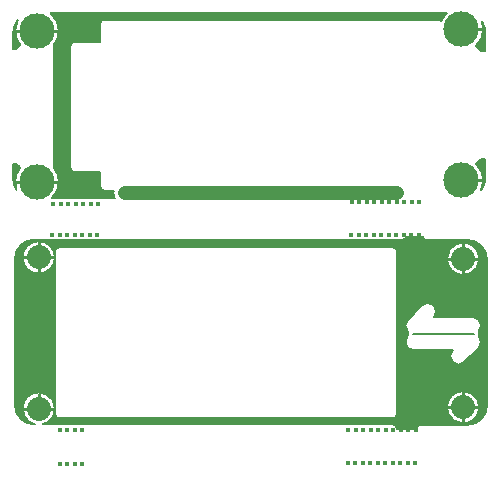
<source format=gtl>
G04 Layer: TopLayer*
G04 EasyEDA Pro v2.2.20.11, 2024-05-07 19:23:25*
G04 Gerber Generator version 0.3*
G04 Scale: 100 percent, Rotated: No, Reflected: No*
G04 Dimensions in millimeters*
G04 Leading zeros omitted, absolute positions, 3 integers and 5 decimals*
%FSLAX35Y35*%
%MOMM*%
%ADD8191C,0.2032*%
%ADD10C,0.254*%
%ADD11C,1.2*%
%ADD12C,0.15*%
%ADD13C,3.0*%
%ADD14C,2.032*%
%ADD15C,0.4586*%
%ADD16C,0.45*%
G75*


G04 Copper Start*
G36*
G01X-2052815Y-681384D02*
G02X-2081698Y-588378I135303J93006D01*
G01X-2081698Y-588375D01*
G01X-2081759Y-586287D01*
G01X-2081759Y-461777D01*
G01X-2055801Y-461777D01*
G01X-2027066Y-490512D01*
G01X-2027066Y-490512D01*
G01X-2022159Y-495418D01*
G03X-2065289Y-614448I142684J-119030D01*
G03X-2052815Y-681384I185814J0D01*
G37*
G36*
G01X-2081698Y509870D02*
G01X-2081698Y647584D01*
G01X-2081698Y647587D01*
G02X-2043432Y752948I164186J-0D01*
G03X-2065264Y665559I163982J-87389D01*
G03X-2020570Y544679I185814J0D01*
G01X-2055379Y509870D01*
G01X-2081698Y509870D01*
G37*
G36*
G01X1166114Y-2709415D02*
G01X1166114Y-2703518D01*
G01X1166114Y-2703518D01*
G03X1130300Y-2667704I-35814J0D01*
G01X1130300Y-2667704D01*
G01X-1832099Y-2667704D01*
G03X-1727456Y-2534255I-32771J133449D01*
G03X-1747276Y-2463163I-137414J0D01*
G01X-1747276Y-2463163D01*
G03X-1864951Y-2396706I-117676J-70958D01*
G03X-2002365Y-2534120I0J-137414D01*
G03X-1982546Y-2605213I137414J0D01*
G03X-1897641Y-2667704I117676J70958D01*
G01X-1902740Y-2667704D01*
G01X-1902744Y-2667704D01*
G02X-2066907Y-2506222I0J164186D01*
G01X-2066907Y-2506222D01*
G03X-2066805Y-2503518I-35712J2704D01*
G01X-2066805Y-2503518D01*
G01X-2066805Y-1415593D01*
G01X-2066805Y-1415593D01*
G01X-2066805Y-1267529D01*
G01X-2066805Y-1267529D01*
G03X-2066907Y-1264828I-35814J0D01*
G01X-2066907Y-1264828D01*
G02X-1902744Y-1103361I164163J-2718D01*
G01X-1902742Y-1103361D01*
G01X1219200Y-1103361D01*
G01X1219200Y-1103361D01*
G03X1253222Y-1078735I0J35814D01*
G01X1387366Y-1078735D01*
G03X1422400Y-1107118I35034J7432D01*
G01X1422400Y-1107118D01*
G01X1766329Y-1107118D01*
G01X1766332Y-1107118D01*
G02X1930517Y-1271303I-0J-164186D01*
G01X1930517Y-1271306D01*
G01X1930517Y-1444834D01*
G01X1930517Y-1444834D01*
G01X1930517Y-2344852D01*
G01X1930517Y-2344852D01*
G01X1930578Y-2346941D01*
G01X1930578Y-2505176D01*
G01X1930517Y-2507265D01*
G01X1930517Y-2507268D01*
G02X1766332Y-2671453I-164186J0D01*
G01X1766329Y-2671453D01*
G01X1371600Y-2671453D01*
G01X1371600Y-2671453D01*
G03X1335786Y-2707267I0J-35814D01*
G01X1335786Y-2707267D01*
G01X1335786Y-2709415D01*
G01X1166114Y-2709415D01*
G37*
%LPC*%
G36*
G01X1132740Y-2616624D02*
G03X1168554Y-2580811I0J35814D01*
G01X1168554Y-2580810D01*
G01X1168554Y-1203790D01*
G01X1168554Y-1203789D01*
G03X1132740Y-1167976I-35814J-1D01*
G01X1132740Y-1167976D01*
G01X-1691530Y-1167976D01*
G01X-1691530Y-1167976D01*
G03X-1727344Y-1203790I0J-35814D01*
G01X-1727344Y-1203790D01*
G01X-1727344Y-2580810D01*
G01X-1727344Y-2580810D01*
G03X-1691530Y-2616624I35814J0D01*
G01X-1691530Y-2616624D01*
G01X1132740Y-2616624D01*
G01X1132740Y-2616624D01*
G37*
G36*
G01X1618493Y-2090483D02*
G03X1689307Y-2161297I70814J0D01*
G03X1739380Y-2140556I0J70814D01*
G01X1739380Y-2140556D01*
G01X1859588Y-2020348D01*
G01X1859588Y-2020348D01*
G03X1880329Y-1970275I-50073J50073D01*
G03X1858840Y-1919465I-70814J0D01*
G03X1864299Y-1898414I-37855J21050D01*
G03X1860202Y-1880027I-43314J0D01*
G03X1880329Y-1830575I-50687J49451D01*
G03X1809515Y-1759761I-70814J0D01*
G01X1809515Y-1759761D01*
G01X1480466Y-1759761D01*
G03X1500537Y-1710367I-50743J49394D01*
G03X1429723Y-1639553I-70814J0D01*
G03X1379650Y-1660294I0J-70814D01*
G01X1379650Y-1660294D01*
G01X1259442Y-1780502D01*
G01X1259442Y-1780502D01*
G03X1238701Y-1830575I50073J-50073D01*
G03X1260733Y-1881907I70814J0D01*
G03X1257464Y-1898414I40045J-16507D01*
G03X1262020Y-1917751I43314J0D01*
G03X1238701Y-1970275I47495J-52525D01*
G03X1309515Y-2041089I70814J0D01*
G01X1309515Y-2041089D01*
G01X1638564Y-2041089D01*
G03X1618493Y-2090483I50743J-49394D01*
G37*
G36*
G01X-2002259Y-1254247D02*
G03X-1864845Y-1391661I137414J0D01*
G03X-1764760Y-1348404I0J137414D01*
G03X-1727390Y-1254204I-100045J94200D01*
G03X-1864804Y-1116790I-137414J0D01*
G03X-1964889Y-1160047I0J-137414D01*
G03X-2002259Y-1254247I100045J-94200D01*
G37*
G36*
G01X1590978Y-1266033D02*
G03X1728392Y-1403447I137414J0D01*
G03X1841641Y-1343862I0J137414D01*
G01X1841641Y-1343862D01*
G03X1865834Y-1265992I-113221J77869D01*
G03X1728420Y-1128578I-137414J0D01*
G03X1615171Y-1188164I0J-137414D01*
G03X1590978Y-1266033I113221J-77869D01*
G37*
G36*
G01X1652187Y-2636792D02*
G03X1728430Y-2659883I76243J114323D01*
G03X1865844Y-2522469I0J137414D01*
G03X1804634Y-2408121I-137414J0D01*
G03X1728392Y-2385030I-76243J-114323D01*
G03X1590978Y-2522444I0J-137414D01*
G03X1652187Y-2636792I137414J0D01*
G01X1652187Y-2636792D01*
G37*
%LPD*%
G36*
G01X-1222373Y-751889D02*
G01X-1755038Y-752442D01*
G03X-1693662Y-614448I-124437J137994D01*
G03X-1735501Y-496982I-185814J0D01*
G01X-1735462Y-495300D01*
G01X-1735462Y-495300D01*
G01X-1735462Y533400D01*
G01X-1735462Y533400D01*
G03X-1737587Y545553I-35814J0D01*
G01X-1737587Y545553D01*
G03X-1693636Y665559I-141863J120007D01*
G03X-1764965Y811915I-185814J0D01*
G01X1589546Y815515D01*
G03X1542155Y748546I124241J-138170D01*
G03X1516170Y759714I-25985J-24646D01*
G01X1516170Y759714D01*
G01X-1308100Y759714D01*
G01X-1308100Y759714D01*
G03X-1343914Y723900I0J-35814D01*
G01X-1343914Y723900D01*
G01X-1343914Y569214D01*
G01X-1562100Y569214D01*
G01X-1562100Y569214D01*
G03X-1597914Y533400I0J-35814D01*
G01X-1597914Y533400D01*
G01X-1597914Y-495300D01*
G01X-1597914Y-495300D01*
G03X-1562100Y-531114I35814J0D01*
G01X-1562100Y-531114D01*
G01X-1343914Y-531114D01*
G01X-1343914Y-653120D01*
G01X-1343914Y-653120D01*
G03X-1308100Y-688934I35814J0D01*
G01X-1308100Y-688934D01*
G01X-1231437Y-688934D01*
G03X-1233259Y-707532I93992J-18598D01*
G03X-1222373Y-751889I95814J0D01*
G37*
G36*
G01X1882917Y493314D02*
G01X1837515Y538716D01*
G03X1899600Y677345I-123729J138629D01*
G03X1887398Y743571I-185814J0D01*
G02X1915727Y654061I-135834J-92228D01*
G01X1915727Y654061D01*
G03X1915625Y651361I35712J-2700D01*
G01X1915625Y651361D01*
G01X1915625Y503296D01*
G01X1915625Y503296D01*
G01X1915711Y500811D01*
G01X1915711Y493314D01*
G01X1882917Y493314D01*
G37*
G36*
G01X1915740Y-586072D02*
G02X1878328Y-688968I-164179J1446D01*
G03X1899600Y-602637I-164541J86330D01*
G03X1840907Y-467112I-185814J0D01*
G01X1882917Y-425102D01*
G01X1915711Y-425102D01*
G01X1915711Y-584626D01*
G01X1915711Y-584626D01*
G01X1915740Y-586072D01*
G01X1915740Y-586072D01*
G37*
G54D8191*
G01X-2052815Y-681384D02*
G02X-2081698Y-588378I135303J93006D01*
G01X-2081698Y-588375D01*
G01X-2081759Y-586287D01*
G01X-2081759Y-461777D01*
G01X-2055801Y-461777D01*
G01X-2027066Y-490512D01*
G01X-2027066Y-490512D01*
G01X-2022159Y-495418D01*
G03X-2065289Y-614448I142684J-119030D01*
G03X-2052815Y-681384I185814J0D01*
G01X-2081698Y509870D02*
G01X-2081698Y647584D01*
G01X-2081698Y647587D01*
G02X-2043432Y752948I164186J-0D01*
G03X-2065264Y665559I163982J-87389D01*
G03X-2020570Y544679I185814J0D01*
G01X-2055379Y509870D01*
G01X-2081698Y509870D01*
G01X1166114Y-2709415D02*
G01X1166114Y-2703518D01*
G01X1166114Y-2703518D01*
G03X1130300Y-2667704I-35814J0D01*
G01X1130300Y-2667704D01*
G01X-1832099Y-2667704D01*
G03X-1727456Y-2534255I-32771J133449D01*
G03X-1747276Y-2463163I-137414J0D01*
G01X-1747276Y-2463163D01*
G03X-1864951Y-2396706I-117676J-70958D01*
G03X-2002365Y-2534120I0J-137414D01*
G03X-1982546Y-2605213I137414J0D01*
G03X-1897641Y-2667704I117676J70958D01*
G01X-1902740Y-2667704D01*
G01X-1902744Y-2667704D01*
G02X-2066907Y-2506222I0J164186D01*
G01X-2066907Y-2506222D01*
G03X-2066805Y-2503518I-35712J2704D01*
G01X-2066805Y-2503518D01*
G01X-2066805Y-1415593D01*
G01X-2066805Y-1415593D01*
G01X-2066805Y-1267529D01*
G01X-2066805Y-1267529D01*
G03X-2066907Y-1264828I-35814J0D01*
G01X-2066907Y-1264828D01*
G02X-1902744Y-1103361I164163J-2718D01*
G01X-1902742Y-1103361D01*
G01X1219200Y-1103361D01*
G01X1219200Y-1103361D01*
G03X1253222Y-1078735I0J35814D01*
G01X1387366Y-1078735D01*
G03X1422400Y-1107118I35034J7432D01*
G01X1422400Y-1107118D01*
G01X1766329Y-1107118D01*
G01X1766332Y-1107118D01*
G02X1930517Y-1271303I-0J-164186D01*
G01X1930517Y-1271306D01*
G01X1930517Y-1444834D01*
G01X1930517Y-1444834D01*
G01X1930517Y-2344852D01*
G01X1930517Y-2344852D01*
G01X1930578Y-2346941D01*
G01X1930578Y-2505176D01*
G01X1930517Y-2507265D01*
G01X1930517Y-2507268D01*
G02X1766332Y-2671453I-164186J0D01*
G01X1766329Y-2671453D01*
G01X1371600Y-2671453D01*
G01X1371600Y-2671453D01*
G03X1335786Y-2707267I0J-35814D01*
G01X1335786Y-2707267D01*
G01X1335786Y-2709415D01*
G01X1166114Y-2709415D01*
G01X1132740Y-2616624D02*
G03X1168554Y-2580811I0J35814D01*
G01X1168554Y-2580810D01*
G01X1168554Y-1203790D01*
G01X1168554Y-1203789D01*
G03X1132740Y-1167976I-35814J-1D01*
G01X1132740Y-1167976D01*
G01X-1691530Y-1167976D01*
G01X-1691530Y-1167976D01*
G03X-1727344Y-1203790I0J-35814D01*
G01X-1727344Y-1203790D01*
G01X-1727344Y-2580810D01*
G01X-1727344Y-2580810D01*
G03X-1691530Y-2616624I35814J0D01*
G01X-1691530Y-2616624D01*
G01X1132740Y-2616624D01*
G01X1132740Y-2616624D01*
G01X1618493Y-2090483D02*
G03X1689307Y-2161297I70814J0D01*
G03X1739380Y-2140556I0J70814D01*
G01X1739380Y-2140556D01*
G01X1859588Y-2020348D01*
G01X1859588Y-2020348D01*
G03X1880329Y-1970275I-50073J50073D01*
G03X1858840Y-1919465I-70814J0D01*
G03X1864299Y-1898414I-37855J21050D01*
G03X1860202Y-1880027I-43314J0D01*
G03X1880329Y-1830575I-50687J49451D01*
G03X1809515Y-1759761I-70814J0D01*
G01X1809515Y-1759761D01*
G01X1480466Y-1759761D01*
G03X1500537Y-1710367I-50743J49394D01*
G03X1429723Y-1639553I-70814J0D01*
G03X1379650Y-1660294I0J-70814D01*
G01X1379650Y-1660294D01*
G01X1259442Y-1780502D01*
G01X1259442Y-1780502D01*
G03X1238701Y-1830575I50073J-50073D01*
G03X1260733Y-1881907I70814J0D01*
G03X1257464Y-1898414I40045J-16507D01*
G03X1262020Y-1917751I43314J0D01*
G03X1238701Y-1970275I47495J-52525D01*
G03X1309515Y-2041089I70814J0D01*
G01X1309515Y-2041089D01*
G01X1638564Y-2041089D01*
G03X1618493Y-2090483I50743J-49394D01*
G01X-2002259Y-1254247D02*
G03X-1864845Y-1391661I137414J0D01*
G03X-1764760Y-1348404I0J137414D01*
G03X-1727390Y-1254204I-100045J94200D01*
G03X-1864804Y-1116790I-137414J0D01*
G03X-1964889Y-1160047I0J-137414D01*
G03X-2002259Y-1254247I100045J-94200D01*
G01X1590978Y-1266033D02*
G03X1728392Y-1403447I137414J0D01*
G03X1841641Y-1343862I0J137414D01*
G01X1841641Y-1343862D01*
G03X1865834Y-1265992I-113221J77869D01*
G03X1728420Y-1128578I-137414J0D01*
G03X1615171Y-1188164I0J-137414D01*
G03X1590978Y-1266033I113221J-77869D01*
G01X1652187Y-2636792D02*
G03X1728430Y-2659883I76243J114323D01*
G03X1865844Y-2522469I0J137414D01*
G03X1804634Y-2408121I-137414J0D01*
G03X1728392Y-2385030I-76243J-114323D01*
G03X1590978Y-2522444I0J-137414D01*
G03X1652187Y-2636792I137414J0D01*
G01X1652187Y-2636792D01*
G01X-1222373Y-751889D02*
G01X-1755038Y-752442D01*
G03X-1693662Y-614448I-124437J137994D01*
G03X-1735501Y-496982I-185814J0D01*
G01X-1735462Y-495300D01*
G01X-1735462Y-495300D01*
G01X-1735462Y533400D01*
G01X-1735462Y533400D01*
G03X-1737587Y545553I-35814J0D01*
G01X-1737587Y545553D01*
G03X-1693636Y665559I-141863J120007D01*
G03X-1764965Y811915I-185814J0D01*
G01X1589546Y815515D01*
G03X1542155Y748546I124241J-138170D01*
G03X1516170Y759714I-25985J-24646D01*
G01X1516170Y759714D01*
G01X-1308100Y759714D01*
G01X-1308100Y759714D01*
G03X-1343914Y723900I0J-35814D01*
G01X-1343914Y723900D01*
G01X-1343914Y569214D01*
G01X-1562100Y569214D01*
G01X-1562100Y569214D01*
G03X-1597914Y533400I0J-35814D01*
G01X-1597914Y533400D01*
G01X-1597914Y-495300D01*
G01X-1597914Y-495300D01*
G03X-1562100Y-531114I35814J0D01*
G01X-1562100Y-531114D01*
G01X-1343914Y-531114D01*
G01X-1343914Y-653120D01*
G01X-1343914Y-653120D01*
G03X-1308100Y-688934I35814J0D01*
G01X-1308100Y-688934D01*
G01X-1231437Y-688934D01*
G03X-1233259Y-707532I93992J-18598D01*
G03X-1222373Y-751889I95814J0D01*
G01X1882917Y493314D02*
G01X1837515Y538716D01*
G03X1899600Y677345I-123729J138629D01*
G03X1887398Y743571I-185814J0D01*
G02X1915727Y654061I-135834J-92228D01*
G01X1915727Y654061D01*
G03X1915625Y651361I35712J-2700D01*
G01X1915625Y651361D01*
G01X1915625Y503296D01*
G01X1915625Y503296D01*
G01X1915711Y500811D01*
G01X1915711Y493314D01*
G01X1882917Y493314D01*
G01X1915740Y-586072D02*
G02X1878328Y-688968I-164179J1446D01*
G03X1899600Y-602637I-164541J86330D01*
G03X1840907Y-467112I-185814J0D01*
G01X1882917Y-425102D01*
G01X1915711Y-425102D01*
G01X1915711Y-584626D01*
G01X1915711Y-584626D01*
G01X1915740Y-586072D01*
G01X1915740Y-586072D01*
G54D10*
G01X-1879476Y-614448D02*
G01X-2055383Y-614448D01*
G01X-1879476Y-614448D02*
G01X-1703568Y-614448D01*
G01X-1879450Y665559D02*
G01X-2055358Y665559D01*
G01X-1879450Y665559D02*
G01X-1703542Y665559D01*
G01X1713786Y-602637D02*
G01X1889694Y-602637D01*
G01X1713786Y677345D02*
G01X1889694Y677345D01*
G01X1728392Y-1266033D02*
G01X1728392Y-1138525D01*
G01X1728392Y-1266033D02*
G01X1728392Y-1393541D01*
G01X1728392Y-1266033D02*
G01X1600884Y-1266033D01*
G01X1728392Y-1266033D02*
G01X1855900Y-1266033D01*
G01X1728392Y-2522444D02*
G01X1728392Y-2394936D01*
G01X1728392Y-2522444D02*
G01X1728392Y-2649952D01*
G01X1728392Y-2522444D02*
G01X1600884Y-2522444D01*
G01X1728392Y-2522444D02*
G01X1855900Y-2522444D01*
G01X-1864845Y-1254247D02*
G01X-1864845Y-1381755D01*
G01X-1864845Y-1254247D02*
G01X-1864845Y-1126739D01*
G01X-1864845Y-1254247D02*
G01X-1737337Y-1254247D01*
G01X-1864845Y-1254247D02*
G01X-1992353Y-1254247D01*
G01X-1864870Y-2534255D02*
G01X-1864870Y-2406747D01*
G01X-1864870Y-2534255D02*
G01X-1737362Y-2534255D01*
G01X-1864870Y-2534255D02*
G01X-1992378Y-2534255D01*
G04 Copper End*

G04 PolygonModel Start*
G54D11*
G01X-1137445Y-707532D02*
G01X1165443Y-707532D01*
G54D12*
G01X1300778Y-1898414D02*
G01X1820985Y-1898414D01*

G04 Pad Start*
G54D13*
G01X-1879476Y-614448D03*
G01X1713786Y677345D03*
G01X1713786Y-602637D03*
G01X-1879450Y665559D03*
G54D14*
G01X-1864870Y-2534255D03*
G01X-1864845Y-1254247D03*
G01X1728392Y-2522444D03*
G01X1728392Y-1266033D03*
G04 Pad End*

G04 Via Start*
G54D16*
G01X-1137445Y-707532D03*
G01X750913Y-707532D03*
G01X953971Y-707532D03*
G01X886258Y-707532D03*
G01X1088852Y-707532D03*
G01X818866Y-707532D03*
G01X1021363Y-707532D03*
G01X1156244Y-707532D03*
G01X-1070053Y-707532D03*
G01X-530754Y-707532D03*
G01X-935172Y-707532D03*
G01X-260857Y-707532D03*
G01X-1002661Y-707532D03*
G01X-395409Y-707532D03*
G01X-732435Y-707532D03*
G01X-193465Y-707532D03*
G01X-867780Y-707532D03*
G01X-463362Y-707532D03*
G01X-665635Y-707532D03*
G01X-125976Y-707532D03*
G01X-799827Y-707532D03*
G01X-328017Y-707532D03*
G01X-598243Y-707532D03*
G01X616032Y-707532D03*
G01X548640Y-707532D03*
G01X683521Y-707532D03*
G01X-58584Y-707532D03*
G01X413983Y-707532D03*
G01X143757Y-707532D03*
G01X76761Y-707532D03*
G01X278638Y-707532D03*
G01X9369Y-707532D03*
G01X481375Y-707532D03*
G01X211149Y-707532D03*
G01X346030Y-707532D03*
G01X-1739900Y-800100D03*
G01X-1676400Y-800100D03*
G01X-1612900Y-800100D03*
G01X-1549400Y-800100D03*
G01X-1485900Y-800100D03*
G01X-1422400Y-800100D03*
G01X-1358900Y-800100D03*
G01X-1368050Y-1061055D03*
G01X-1749050Y-1061055D03*
G01X-1685550Y-1061055D03*
G01X-1622050Y-1061055D03*
G01X-1558550Y-1061055D03*
G01X-1495050Y-1061055D03*
G01X-1431550Y-1061055D03*
G01X1165574Y-788380D03*
G01X784574Y-788380D03*
G01X848074Y-788380D03*
G01X911574Y-788380D03*
G01X975074Y-788380D03*
G01X1038574Y-788380D03*
G01X1102074Y-788380D03*
G01X1161078Y-1068575D03*
G01X780078Y-1068575D03*
G01X843578Y-1068575D03*
G01X907078Y-1068575D03*
G01X970578Y-1068575D03*
G01X1034078Y-1068575D03*
G01X1097578Y-1068575D03*
G01X1225970Y-1068575D03*
G01X1289470Y-1068575D03*
G01X1352970Y-1068575D03*
G01X1229074Y-788380D03*
G01X1292574Y-788380D03*
G01X1356074Y-788380D03*
G01X-1686211Y-2719575D03*
G01X-1622711Y-2719575D03*
G01X-1559211Y-2719575D03*
G01X-1495711Y-2719575D03*
G01X-1494712Y-3002942D03*
G01X-1558212Y-3002942D03*
G01X-1621712Y-3002942D03*
G01X-1685212Y-3002942D03*
G01X755834Y-2716899D03*
G01X819334Y-2716899D03*
G01X882834Y-2716899D03*
G01X1009834Y-2716899D03*
G01X946334Y-2716899D03*
G01X1073334Y-2716899D03*
G01X1136834Y-2716899D03*
G01X1200334Y-2716899D03*
G01X1263834Y-2716899D03*
G01X1327334Y-2716899D03*
G01X749668Y-2994797D03*
G01X813168Y-2994797D03*
G01X876668Y-2994797D03*
G01X1003668Y-2994797D03*
G01X940168Y-2994797D03*
G01X1067168Y-2994797D03*
G01X1130668Y-2994797D03*
G01X1194168Y-2994797D03*
G01X1257668Y-2994797D03*
G01X1321168Y-2994797D03*
G04 Via End*

G04 Track Start*
G54D12*
G01X-1137445Y-711016D02*
G01X-1137445Y-707532D01*
G01X-1145185Y-718757D02*
G03X-1137445Y-711016I-0J7740D01*
G04 Track End*

M02*


</source>
